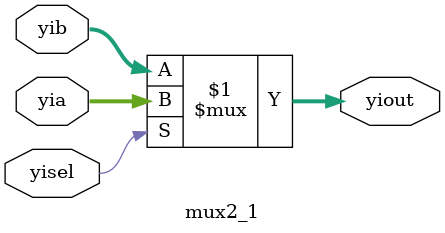
<source format=v>
`timescale 1ns / 1ps
module mux2_1(
    input [31:0] yia,
    input [31:0] yib,
    input yisel,
    output [31:0] yiout
    );
	 assign yiout = yisel?yia:yib;


endmodule

</source>
